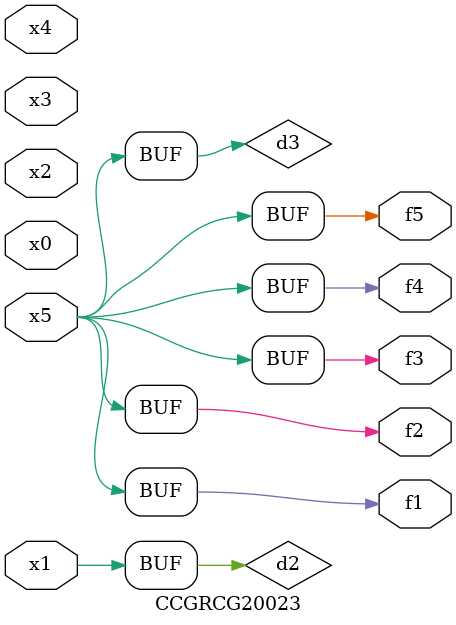
<source format=v>
module CCGRCG20023(
	input x0, x1, x2, x3, x4, x5,
	output f1, f2, f3, f4, f5
);

	wire d1, d2, d3;

	not (d1, x5);
	or (d2, x1);
	xnor (d3, d1);
	assign f1 = d3;
	assign f2 = d3;
	assign f3 = d3;
	assign f4 = d3;
	assign f5 = d3;
endmodule

</source>
